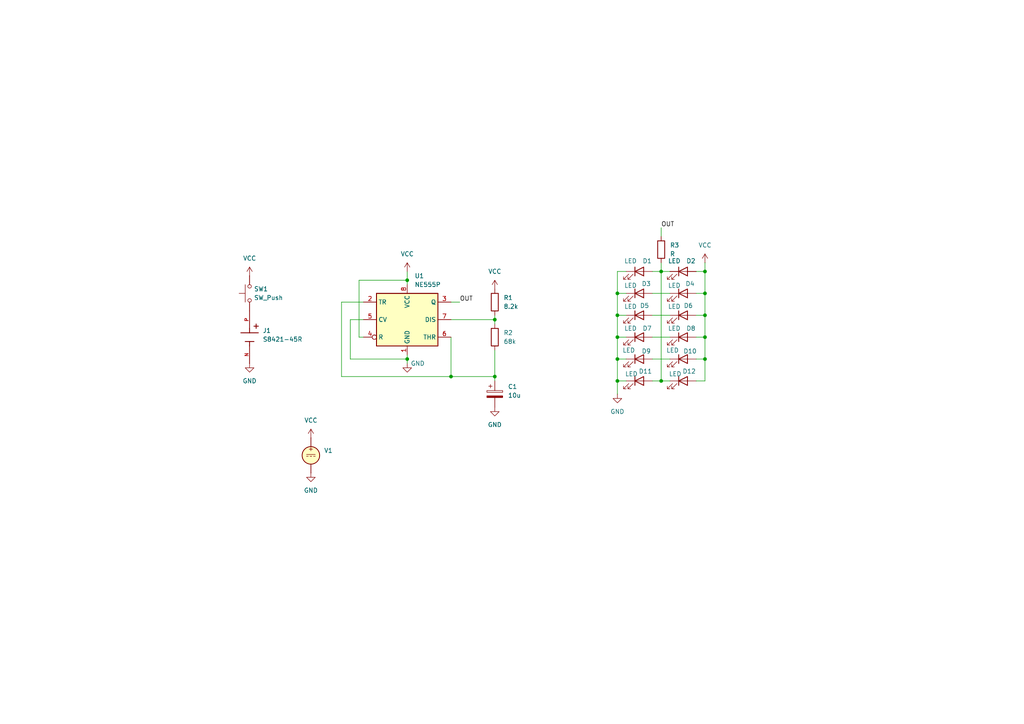
<source format=kicad_sch>
(kicad_sch (version 20250114) (generator "eeschema") (generator_version "9.0")
  (paper "A4")
  (lib_symbols
    (symbol "Device:C_Polarized" (pin_numbers (hide yes)) (pin_names (offset 0.254))
      (property "Reference" "C" (at 0.635 2.54 0))
      (property "Value" "C_Polarized" (at 0.635 -2.54 0))
      (symbol "C_Polarized_0_1"
        (rectangle (start -2.286 0.508) (end 2.286 1.016))
        (polyline (pts (xy -1.778 2.286) (xy -0.762 2.286)))
        (polyline (pts (xy -1.27 2.794) (xy -1.27 1.778)))
        (rectangle (start 2.286 -0.508) (end -2.286 -1.016) (fill (type outline)))
      )
      (symbol "C_Polarized_1_1"
        (pin passive line (at 0 3.81 270) (length 2.794) (name "~") (number "1"))
        (pin passive line (at 0 -3.81 90) (length 2.794) (name "~") (number "2"))
      )
    )
    (symbol "Device:LED" (pin_numbers (hide yes)) (pin_names (offset 1.016) (hide yes))
      (property "Reference" "D" (at 0 2.54 0))
      (property "Value" "LED" (at 0 -2.54 0))
      (symbol "LED_0_1"
        (polyline (pts (xy -3.048 -0.762) (xy -4.572 -2.286) (xy -3.81 -2.286) (xy -4.572 -2.286) (xy -4.572 -1.524)))
        (polyline (pts (xy -1.778 -0.762) (xy -3.302 -2.286) (xy -2.54 -2.286) (xy -3.302 -2.286) (xy -3.302 -1.524)))
        (polyline (pts (xy -1.27 0) (xy 1.27 0)))
        (polyline (pts (xy -1.27 -1.27) (xy -1.27 1.27)) (stroke (width 0.254)))
        (polyline (pts (xy 1.27 -1.27) (xy 1.27 1.27) (xy -1.27 0) (xy 1.27 -1.27)) (stroke (width 0.254)))
      )
      (symbol "LED_1_1"
        (pin passive line (at -3.81 0 0) (length 2.54) (name "K") (number "1"))
        (pin passive line (at 3.81 0 180) (length 2.54) (name "A") (number "2"))
      )
    )
    (symbol "Device:R" (pin_numbers (hide yes)) (pin_names (offset 0))
      (property "Reference" "R" (at 2.032 0 90))
      (property "Value" "R" (at 0 0 90))
      (symbol "R_0_1"
        (rectangle (start -1.016 -2.54) (end 1.016 2.54) (stroke (width 0.254)))
      )
      (symbol "R_1_1"
        (pin passive line (at 0 3.81 270) (length 1.27) (name "~") (number "1"))
        (pin passive line (at 0 -3.81 90) (length 1.27) (name "~") (number "2"))
      )
    )
    (symbol "Simulation_SPICE:VDC" (pin_numbers (hide yes)) (pin_names (offset 0.0254))
      (property "Reference" "V" (at 2.54 2.54 0))
      (property "Value" "1" (at 2.54 0 0))
      (symbol "VDC_0_0"
        (polyline (pts (xy -1.27 0.254) (xy 1.27 0.254)))
        (polyline (pts (xy -0.762 -0.254) (xy -1.27 -0.254)))
        (polyline (pts (xy 0.254 -0.254) (xy -0.254 -0.254)))
        (polyline (pts (xy 1.27 -0.254) (xy 0.762 -0.254)))
        (text "+" (at 0 1.905 0) (effects (font (size 1.27 1.27))))
      )
      (symbol "VDC_0_1"
        (circle (center 0 0) (radius 2.54) (stroke (width 0.254)) (fill (type background)))
      )
      (symbol "VDC_1_1"
        (pin passive line (at 0 5.08 270) (length 2.54) (name "~") (number "1"))
        (pin passive line (at 0 -5.08 90) (length 2.54) (name "~") (number "2"))
      )
    )
    (symbol "Switch:SW_Push" (pin_numbers (hide yes)) (pin_names (offset 1.016) (hide yes))
      (property "Reference" "SW" (at 1.27 2.54 0))
      (property "Value" "SW_Push" (at 0 -1.524 0))
      (symbol "SW_Push_0_1"
        (circle (center -2.032 0) (radius 0.508))
        (polyline (pts (xy 0 1.27) (xy 0 3.048)))
        (circle (center 2.032 0) (radius 0.508))
        (polyline (pts (xy 2.54 1.27) (xy -2.54 1.27)))
        (pin passive line (at -5.08 0 0) (length 2.54) (name "1") (number "1"))
        (pin passive line (at 5.08 0 180) (length 2.54) (name "2") (number "2"))
      )
    )
    (symbol "Timer:NE555P"
      (property "Reference" "U" (at -10.16 8.89 0))
      (property "Value" "NE555P" (at 2.54 8.89 0))
      (symbol "NE555P_0_0"
        (pin power_in line (at 0 10.16 270) (length 2.54) (name "VCC") (number "8"))
        (pin power_in line (at 0 -10.16 90) (length 2.54) (name "GND") (number "1"))
      )
      (symbol "NE555P_0_1"
        (rectangle (start -8.89 -7.62) (end 8.89 7.62) (stroke (width 0.254)) (fill (type background)))
        (rectangle (start -8.89 -7.62) (end 8.89 7.62) (stroke (width 0.254)) (fill (type background)))
      )
      (symbol "NE555P_1_1"
        (pin input line (at -12.7 5.08 0) (length 3.81) (name "TR") (number "2"))
        (pin input line (at -12.7 0 0) (length 3.81) (name "CV") (number "5"))
        (pin input inverted (at -12.7 -5.08 0) (length 3.81) (name "R") (number "4"))
        (pin output line (at 12.7 5.08 180) (length 3.81) (name "Q") (number "3"))
        (pin input line (at 12.7 0 180) (length 3.81) (name "DIS") (number "7"))
        (pin input line (at 12.7 -5.08 180) (length 3.81) (name "THR") (number "6"))
      )
    )
    (symbol "battery:S8421-45R" (pin_names (offset 1.016))
      (property "Reference" "J" (at -3.81 3.81 0))
      (property "Value" "S8421-45R" (at -3.81 -5.08 0))
      (symbol "S8421-45R_0_0"
        (polyline (pts (xy -3.81 1.905) (xy -2.54 1.905)) (stroke (width 0.254)))
        (polyline (pts (xy -3.175 2.54) (xy -3.175 1.27)) (stroke (width 0.254)))
        (polyline (pts (xy -1.27 2.54) (xy -1.27 0)) (stroke (width 0.254)))
        (polyline (pts (xy -1.27 0) (xy -2.54 0)) (stroke (width 0.254)))
        (polyline (pts (xy -1.27 0) (xy -1.27 -2.54)) (stroke (width 0.254)))
        (polyline (pts (xy 1.27 1.27) (xy 1.27 0)) (stroke (width 0.254)))
        (polyline (pts (xy 1.27 0) (xy 1.27 -1.27)) (stroke (width 0.254)))
        (polyline (pts (xy 1.27 0) (xy 2.54 0)) (stroke (width 0.254)))
        (pin passive line (at -7.62 0 0) (length 5.08) (name "~") (number "P"))
        (pin passive line (at 7.62 0 180) (length 5.08) (name "~") (number "N"))
      )
    )
    (symbol "power:GND" (power) (pin_numbers (hide yes)) (pin_names (offset 0) (hide yes))
      (property "Value" "GND" (at 0 -3.81 0))
      (symbol "GND_0_1"
        (polyline (pts (xy 0 0) (xy 0 -1.27) (xy 1.27 -1.27) (xy 0 -2.54) (xy -1.27 -1.27) (xy 0 -1.27)))
      )
      (symbol "GND_1_1"
        (pin power_in line (at 0 0 270) (length 0) (name "~") (number "1"))
      )
    )
    (symbol "power:VCC" (power) (pin_numbers (hide yes)) (pin_names (offset 0) (hide yes))
      (property "Value" "VCC" (at 0 3.556 0))
      (symbol "VCC_0_1"
        (polyline (pts (xy -0.762 1.27) (xy 0 2.54)))
        (polyline (pts (xy 0 2.54) (xy 0.762 1.27)))
        (polyline (pts (xy 0 0) (xy 0 2.54)))
      )
      (symbol "VCC_1_1"
        (pin power_in line (at 0 0 90) (length 0) (name "~") (number "1"))
      )
    )
  )
  (junction (at 204.47 85.09))
  (junction (at 179.07 110.49))
  (junction (at 204.47 78.74))
  (junction (at 191.77 78.74))
  (junction (at 118.11 104.14))
  (junction (at 143.51 109.22))
  (junction (at 204.47 104.14))
  (junction (at 179.07 104.14))
  (junction (at 191.77 110.49))
  (junction (at 130.81 109.22))
  (junction (at 179.07 85.09))
  (junction (at 143.51 92.71))
  (junction (at 204.47 91.44))
  (junction (at 179.07 91.44))
  (junction (at 179.07 97.79))
  (junction (at 118.11 81.28))
  (junction (at 204.47 97.79))
  (wire (pts (xy 204.47 110.49) (xy 204.47 104.14)))
  (wire (pts (xy 191.77 78.74) (xy 191.77 110.49)))
  (wire (pts (xy 130.81 87.63) (xy 133.35 87.63)))
  (wire (pts (xy 118.11 78.74) (xy 118.11 81.28)))
  (wire (pts (xy 179.07 85.09) (xy 181.61 85.09)))
  (wire (pts (xy 189.23 104.14) (xy 194.31 104.14)))
  (wire (pts (xy 104.14 97.79) (xy 104.14 81.28)))
  (wire (pts (xy 201.93 85.09) (xy 204.47 85.09)))
  (wire (pts (xy 191.77 66.04) (xy 191.77 68.58)))
  (wire (pts (xy 204.47 104.14) (xy 204.47 97.79)))
  (wire (pts (xy 99.06 87.63) (xy 99.06 109.22)))
  (wire (pts (xy 191.77 78.74) (xy 194.31 78.74)))
  (wire (pts (xy 191.77 76.2) (xy 191.77 78.74)))
  (wire (pts (xy 179.07 114.3) (xy 179.07 110.49)))
  (wire (pts (xy 189.23 91.44) (xy 194.31 91.44)))
  (wire (pts (xy 118.11 104.14) (xy 118.11 102.87)))
  (wire (pts (xy 179.07 97.79) (xy 181.61 97.79)))
  (wire (pts (xy 179.07 97.79) (xy 179.07 91.44)))
  (wire (pts (xy 179.07 104.14) (xy 181.61 104.14)))
  (wire (pts (xy 130.81 109.22) (xy 143.51 109.22)))
  (wire (pts (xy 118.11 81.28) (xy 118.11 82.55)))
  (wire (pts (xy 99.06 109.22) (xy 130.81 109.22)))
  (wire (pts (xy 201.93 97.79) (xy 204.47 97.79)))
  (wire (pts (xy 179.07 110.49) (xy 181.61 110.49)))
  (wire (pts (xy 179.07 104.14) (xy 179.07 97.79)))
  (wire (pts (xy 143.51 101.6) (xy 143.51 109.22)))
  (wire (pts (xy 204.47 91.44) (xy 204.47 85.09)))
  (wire (pts (xy 105.41 87.63) (xy 99.06 87.63)))
  (wire (pts (xy 189.23 85.09) (xy 194.31 85.09)))
  (wire (pts (xy 179.07 91.44) (xy 179.07 85.09)))
  (wire (pts (xy 130.81 92.71) (xy 143.51 92.71)))
  (wire (pts (xy 130.81 97.79) (xy 130.81 109.22)))
  (wire (pts (xy 201.93 91.44) (xy 204.47 91.44)))
  (wire (pts (xy 101.6 92.71) (xy 105.41 92.71)))
  (wire (pts (xy 179.07 85.09) (xy 179.07 78.74)))
  (wire (pts (xy 201.93 78.74) (xy 204.47 78.74)))
  (wire (pts (xy 201.93 110.49) (xy 204.47 110.49)))
  (wire (pts (xy 143.51 92.71) (xy 143.51 93.98)))
  (wire (pts (xy 189.23 110.49) (xy 191.77 110.49)))
  (wire (pts (xy 118.11 105.41) (xy 118.11 104.14)))
  (wire (pts (xy 204.47 78.74) (xy 204.47 76.2)))
  (wire (pts (xy 201.93 104.14) (xy 204.47 104.14)))
  (wire (pts (xy 179.07 78.74) (xy 181.61 78.74)))
  (wire (pts (xy 204.47 78.74) (xy 204.47 85.09)))
  (wire (pts (xy 179.07 91.44) (xy 181.61 91.44)))
  (wire (pts (xy 179.07 110.49) (xy 179.07 104.14)))
  (wire (pts (xy 105.41 97.79) (xy 104.14 97.79)))
  (wire (pts (xy 191.77 110.49) (xy 194.31 110.49)))
  (wire (pts (xy 189.23 78.74) (xy 191.77 78.74)))
  (wire (pts (xy 204.47 97.79) (xy 204.47 91.44)))
  (wire (pts (xy 101.6 104.14) (xy 118.11 104.14)))
  (wire (pts (xy 143.51 109.22) (xy 143.51 110.49)))
  (wire (pts (xy 189.23 97.79) (xy 194.31 97.79)))
  (wire (pts (xy 101.6 92.71) (xy 101.6 104.14)))
  (wire (pts (xy 143.51 91.44) (xy 143.51 92.71)))
  (wire (pts (xy 104.14 81.28) (xy 118.11 81.28)))
  (label "OUT" (at 191.77 66.04 0))
  (label "OUT" (at 133.35 87.63 0))
  (symbol (lib_id "Device:LED") (at 198.12 104.14 0) (unit 1)
    (property "Reference" "D10" (at 200.152 101.854 0))
    (property "Value" "LED" (at 195.072 101.6 0))
    (property "Footprint" "LED_SMD:LED_PLCC-2_3x2mm_KA" (effects (hide yes)))
    (property "Description" "Light emitting diode" (effects (hide yes)))
    (property "Sim.Pins" "1=K 2=A" (effects (hide yes)))
  )
  (symbol (lib_id "power:GND") (at 118.11 105.41 0) (unit 1)
    (property "Reference" "#PWR01" (effects (hide yes)))
    (property "Value" "GND" (at 121.158 105.41 0))
    (property "Description" "Power symbol creates a global label with name \"GND\" , ground" (effects (hide yes)))
  )
  (symbol (lib_id "Device:LED") (at 198.12 97.79 0) (unit 1)
    (property "Reference" "D8" (at 200.406 95.25 0))
    (property "Value" "LED" (at 195.58 95.25 0))
    (property "Footprint" "LED_SMD:LED_PLCC-2_3x2mm_KA" (effects (hide yes)))
    (property "Description" "Light emitting diode" (effects (hide yes)))
    (property "Sim.Pins" "1=K 2=A" (effects (hide yes)))
  )
  (symbol (lib_id "power:VCC") (at 90.17 127 0) (unit 1)
    (property "Reference" "#PWR05" (effects (hide yes)))
    (property "Value" "VCC" (at 90.17 121.92 0))
    (property "Description" "Power symbol creates a global label with name \"VCC\"" (effects (hide yes)))
  )
  (symbol (lib_id "Device:LED") (at 185.42 91.44 0) (unit 1)
    (property "Reference" "D5" (at 186.944 88.646 0))
    (property "Value" "LED" (at 182.88 88.9 0))
    (property "Footprint" "LED_SMD:LED_PLCC-2_3x2mm_KA" (effects (hide yes)))
    (property "Description" "Light emitting diode" (effects (hide yes)))
    (property "Sim.Pins" "1=K 2=A" (effects (hide yes)))
  )
  (symbol (lib_id "power:VCC") (at 72.39 80.01 0) (unit 1)
    (property "Reference" "#PWR08" (effects (hide yes)))
    (property "Value" "VCC" (at 72.39 74.93 0))
    (property "Description" "Power symbol creates a global label with name \"VCC\"" (effects (hide yes)))
  )
  (symbol (lib_id "Device:LED") (at 198.12 78.74 0) (unit 1)
    (property "Reference" "D2" (at 200.406 75.692 0))
    (property "Value" "LED" (at 195.58 75.692 0))
    (property "Footprint" "LED_SMD:LED_PLCC-2_3x2mm_KA" (effects (hide yes)))
    (property "Description" "Light emitting diode" (effects (hide yes)))
    (property "Sim.Pins" "1=K 2=A" (effects (hide yes)))
  )
  (symbol (lib_id "Device:C_Polarized") (at 143.51 114.3 0) (unit 1)
    (property "Reference" "C1" (at 147.32 112.1409 0) (effects (justify left)))
    (property "Value" "10u" (at 147.32 114.6809 0) (effects (justify left)))
    (property "Footprint" "Capacitor_THT:CP_Radial_D4.0mm_P2.00mm" (effects (hide yes)))
    (property "Description" "Polarized capacitor" (effects (hide yes)))
  )
  (symbol (lib_id "power:GND") (at 72.39 105.41 0) (unit 1)
    (property "Reference" "#PWR07" (effects (hide yes)))
    (property "Value" "GND" (at 72.39 110.49 0))
    (property "Description" "Power symbol creates a global label with name \"GND\" , ground" (effects (hide yes)))
  )
  (symbol (lib_id "Device:LED") (at 198.12 110.49 0) (unit 1)
    (property "Reference" "D12" (at 199.898 107.696 0))
    (property "Value" "LED" (at 195.834 108.458 0))
    (property "Footprint" "LED_SMD:LED_PLCC-2_3x2mm_KA" (effects (hide yes)))
    (property "Description" "Light emitting diode" (effects (hide yes)))
    (property "Sim.Pins" "1=K 2=A" (effects (hide yes)))
  )
  (symbol (lib_id "Device:LED") (at 185.42 78.74 0) (unit 1)
    (property "Reference" "D1" (at 187.706 75.692 0))
    (property "Value" "LED" (at 182.88 75.692 0))
    (property "Footprint" "LED_SMD:LED_PLCC-2_3x2mm_KA" (effects (hide yes)))
    (property "Description" "Light emitting diode" (effects (hide yes)))
    (property "Sim.Pins" "1=A 2=K" (effects (hide yes)))
    (property "Sim.Device" "D" (effects (hide yes)))
  )
  (symbol (lib_id "Simulation_SPICE:VDC") (at 90.17 132.08 0) (unit 1) (on_board no)
    (property "Reference" "V1" (at 93.98 130.6801 0) (effects (justify left)))
    (property "Value" "5" (effects (hide yes)))
    (property "Datasheet" "https://ngspice.sourceforge.io/docs/ngspice-html-manual/manual.xhtml#sec_Independent_Sources_for" (effects (hide yes)))
    (property "Description" "Voltage source, DC" (effects (hide yes)))
    (property "Sim.Pins" "1=+ 2=-" (effects (hide yes)))
    (property "Sim.Type" "DC" (effects (hide yes)))
    (property "Sim.Device" "V" (effects (hide yes)))
  )
  (symbol (lib_id "power:VCC") (at 143.51 83.82 0) (unit 1)
    (property "Reference" "#PWR03" (effects (hide yes)))
    (property "Value" "VCC" (at 143.51 78.74 0))
    (property "Description" "Power symbol creates a global label with name \"VCC\"" (effects (hide yes)))
  )
  (symbol (lib_id "Device:LED") (at 198.12 85.09 0) (unit 1)
    (property "Reference" "D4" (at 200.152 82.296 0))
    (property "Value" "LED" (at 195.58 82.804 0))
    (property "Footprint" "LED_SMD:LED_PLCC-2_3x2mm_KA" (effects (hide yes)))
    (property "Description" "Light emitting diode" (effects (hide yes)))
    (property "Sim.Pins" "1=K 2=A" (effects (hide yes)))
  )
  (symbol (lib_id "Device:LED") (at 185.42 85.09 0) (unit 1)
    (property "Reference" "D3" (at 187.452 82.296 0))
    (property "Value" "LED" (at 182.88 82.804 0))
    (property "Footprint" "LED_SMD:LED_PLCC-2_3x2mm_KA" (effects (hide yes)))
    (property "Description" "Light emitting diode" (effects (hide yes)))
    (property "Sim.Pins" "1=K 2=A" (effects (hide yes)))
  )
  (symbol (lib_id "power:GND") (at 179.07 114.3 0) (unit 1)
    (property "Reference" "#PWR09" (effects (hide yes)))
    (property "Value" "GND" (at 179.07 119.38 0))
    (property "Description" "Power symbol creates a global label with name \"GND\" , ground" (effects (hide yes)))
  )
  (symbol (lib_id "Switch:SW_Push") (at 72.39 85.09 90) (unit 1)
    (property "Reference" "SW1" (at 73.66 83.8199 90) (effects (justify right)))
    (property "Value" "SW_Push" (at 73.66 86.3599 90) (effects (justify right)))
    (property "Footprint" "Button_Switch_THT:SW_PUSH_6mm" (effects (hide yes)))
    (property "Description" "Push button switch, generic, two pins" (effects (hide yes)))
  )
  (symbol (lib_id "Timer:NE555P") (at 118.11 92.71 0) (unit 1)
    (property "Reference" "U1" (at 120.2533 80.01 0) (effects (justify left)))
    (property "Value" "NE555P" (at 120.2533 82.55 0) (effects (justify left)))
    (property "Footprint" "Package_DIP:DIP-8_W7.62mm" (effects (hide yes)))
    (property "Datasheet" "http://www.ti.com/lit/ds/symlink/ne555.pdf" (effects (hide yes)))
    (property "Description" "Precision Timers, 555 compatible,  PDIP-8" (effects (hide yes)))
    (property "Sim.Library" "NE555.lib" (effects (hide yes)))
    (property "Sim.Name" "NE555" (effects (hide yes)))
    (property "Sim.Device" "SUBCKT" (effects (hide yes)))
    (property "Sim.Pins" "1=1 2=2 3=3 4=4 5=5 6=6 7=7 8=8" (effects (hide yes)))
  )
  (symbol (lib_id "battery:S8421-45R") (at 72.39 97.79 270) (unit 1)
    (property "Reference" "J1" (at 76.2 95.8849 90) (effects (justify left)))
    (property "Value" "S8421-45R" (at 76.2 98.4249 90) (effects (justify left)))
    (property "Footprint" "battery:HARWIN_S8421-45R" (effects (hide yes)))
    (property "MF" "Harwin" (effects (hide yes)))
    (property "MAXIMUM_PACKAGE_HEIGHT" "5.30mm" (effects (hide yes)))
    (property "Package" "None" (effects (hide yes)))
    (property "Price" "None" (effects (hide yes)))
    (property "Check_prices" "https://www.snapeda.com/parts/S8421-45R/Harwin/view-part/?ref=eda" (effects (hide yes)))
    (property "STANDARD" "Manufacturer Recommendations" (effects (hide yes)))
    (property "PARTREV" "7" (effects (hide yes)))
    (property "SnapEDA_Link" "https://www.snapeda.com/parts/S8421-45R/Harwin/view-part/?ref=snap" (effects (hide yes)))
    (property "MP" "S8421-45R" (effects (hide yes)))
    (property "Description_1" "Coin Cell Battery Retainer, Horizontal SMT, for CR2032 Coin Cell Batteries, Tape & Reeled" (effects (hide yes)))
    (property "Availability" "In Stock" (effects (hide yes)))
    (property "MANUFACTURER" "Harwin" (effects (hide yes)))
  )
  (symbol (lib_id "Device:R") (at 191.77 72.39 0) (unit 1)
    (property "Reference" "R3" (at 194.31 71.1199 0) (effects (justify left)))
    (property "Value" "R" (at 194.31 73.6599 0) (effects (justify left)))
    (property "Footprint" "Resistor_THT:R_Axial_DIN0207_L6.3mm_D2.5mm_P7.62mm_Horizontal" (effects (hide yes)))
    (property "Description" "Resistor" (effects (hide yes)))
  )
  (symbol (lib_id "power:GND") (at 143.51 118.11 0) (unit 1)
    (property "Reference" "#PWR04" (effects (hide yes)))
    (property "Value" "GND" (at 143.51 123.19 0))
    (property "Description" "Power symbol creates a global label with name \"GND\" , ground" (effects (hide yes)))
  )
  (symbol (lib_id "Device:LED") (at 185.42 104.14 0) (unit 1)
    (property "Reference" "D9" (at 187.452 101.854 0))
    (property "Value" "LED" (at 182.372 101.6 0))
    (property "Footprint" "LED_SMD:LED_PLCC-2_3x2mm_KA" (effects (hide yes)))
    (property "Description" "Light emitting diode" (effects (hide yes)))
    (property "Sim.Pins" "1=K 2=A" (effects (hide yes)))
  )
  (symbol (lib_id "Device:R") (at 143.51 87.63 0) (unit 1)
    (property "Reference" "R1" (at 146.05 86.3599 0) (effects (justify left)))
    (property "Value" "8.2k" (at 146.05 88.8999 0) (effects (justify left)))
    (property "Footprint" "Resistor_THT:R_Axial_DIN0207_L6.3mm_D2.5mm_P7.62mm_Horizontal" (effects (hide yes)))
    (property "Description" "Resistor" (effects (hide yes)))
  )
  (symbol (lib_id "power:GND") (at 90.17 137.16 0) (unit 1)
    (property "Reference" "#PWR06" (effects (hide yes)))
    (property "Value" "GND" (at 90.17 142.24 0))
    (property "Description" "Power symbol creates a global label with name \"GND\" , ground" (effects (hide yes)))
  )
  (symbol (lib_id "power:VCC") (at 118.11 78.74 0) (unit 1)
    (property "Reference" "#PWR02" (effects (hide yes)))
    (property "Value" "VCC" (at 118.11 73.66 0))
    (property "Description" "Power symbol creates a global label with name \"VCC\"" (effects (hide yes)))
  )
  (symbol (lib_id "power:VCC") (at 204.47 76.2 0) (unit 1)
    (property "Reference" "#PWR010" (effects (hide yes)))
    (property "Value" "VCC" (at 204.47 71.12 0))
    (property "Description" "Power symbol creates a global label with name \"VCC\"" (effects (hide yes)))
  )
  (symbol (lib_id "Device:LED") (at 198.12 91.44 0) (unit 1)
    (property "Reference" "D6" (at 199.644 88.646 0))
    (property "Value" "LED" (at 195.58 88.9 0))
    (property "Footprint" "LED_SMD:LED_PLCC-2_3x2mm_KA" (effects (hide yes)))
    (property "Description" "Light emitting diode" (effects (hide yes)))
    (property "Sim.Pins" "1=K 2=A" (effects (hide yes)))
  )
  (symbol (lib_id "Device:LED") (at 185.42 110.49 0) (unit 1)
    (property "Reference" "D11" (at 187.198 107.696 0))
    (property "Value" "LED" (at 183.134 108.458 0))
    (property "Footprint" "LED_SMD:LED_PLCC-2_3x2mm_KA" (effects (hide yes)))
    (property "Description" "Light emitting diode" (effects (hide yes)))
    (property "Sim.Pins" "1=K 2=A" (effects (hide yes)))
  )
  (symbol (lib_id "Device:LED") (at 185.42 97.79 0) (unit 1)
    (property "Reference" "D7" (at 187.706 95.25 0))
    (property "Value" "LED" (at 182.88 95.25 0))
    (property "Footprint" "LED_SMD:LED_PLCC-2_3x2mm_KA" (effects (hide yes)))
    (property "Description" "Light emitting diode" (effects (hide yes)))
    (property "Sim.Pins" "1=K 2=A" (effects (hide yes)))
  )
  (symbol (lib_id "Device:R") (at 143.51 97.79 0) (unit 1)
    (property "Reference" "R2" (at 146.05 96.5199 0) (effects (justify left)))
    (property "Value" "68k" (at 146.05 99.0599 0) (effects (justify left)))
    (property "Footprint" "Resistor_THT:R_Axial_DIN0207_L6.3mm_D2.5mm_P7.62mm_Horizontal" (effects (hide yes)))
    (property "Description" "Resistor" (effects (hide yes)))
  )
)
</source>
